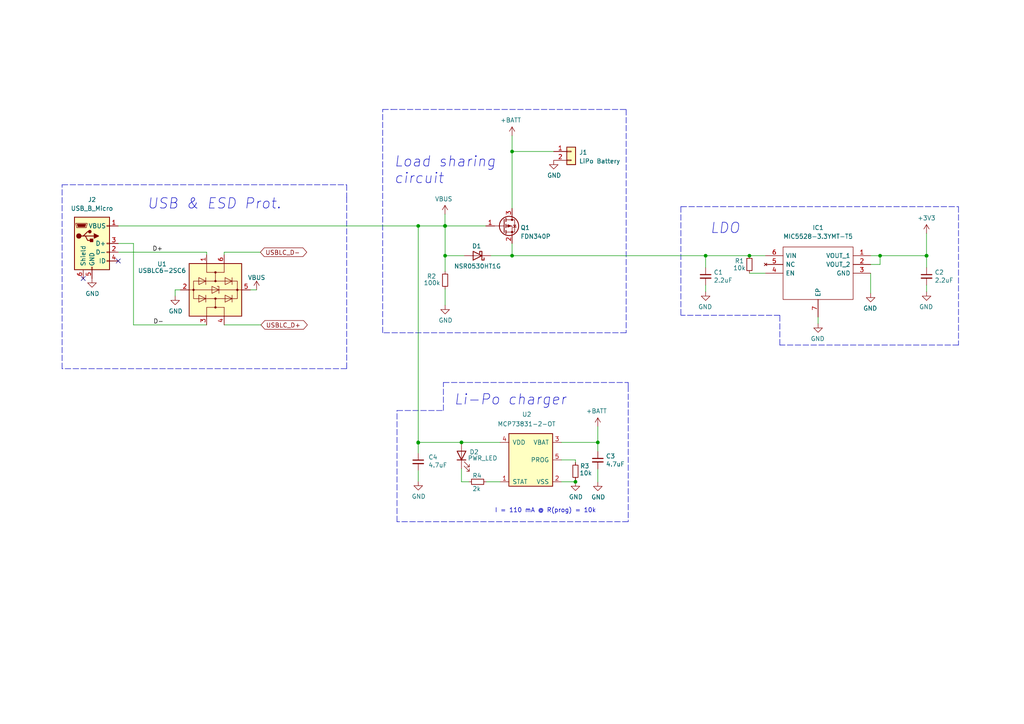
<source format=kicad_sch>
(kicad_sch (version 20211123) (generator eeschema)
  (paper "A4")
  (lib_symbols
    (symbol "Battery_Management:MCP73831-2-OT" (pin_names (offset 1.016))
      (property "Reference" "U1" (at -20.574 9.398 0))
      (property "Value" "MCP73831-2-OT" (at -8.128 -19.304 90))
      (symbol "MCP73831-2-OT_0_1"
        (rectangle (start -6.35 8.89) (end 6.35 -6.35) (stroke (width 0.254)) (fill (type background)))
      )
      (symbol "MCP73831-2-OT_1_1"
        (pin output line (at -8.89 -5.08 0) (length 2.54) (name "STAT") (number "1"))
        (pin power_in line (at 8.89 -5.08 180) (length 2.54) (name "VSS") (number "2"))
        (pin power_out line (at 8.89 6.35 180) (length 2.54) (name "VBAT") (number "3"))
        (pin power_in line (at -8.89 6.35 0) (length 2.54) (name "VDD") (number "4"))
        (pin input line (at 8.89 1.27 180) (length 2.54) (name "PROG") (number "5"))
      )
    )
    (symbol "Connector:USB_B_Micro" (pin_names (offset 1.016))
      (property "Reference" "J" (at -5.08 11.43 0))
      (property "Value" "USB_B_Micro" (at -5.08 8.89 0))
      (symbol "USB_B_Micro_0_1"
        (rectangle (start -5.08 -7.62) (end 5.08 7.62) (stroke (width 0.254)) (fill (type background)))
        (circle (center -3.81 2.159) (radius 0.635) (stroke (width 0.254)) (fill (type outline)))
        (circle (center -0.635 3.429) (radius 0.381) (stroke (width 0.254)) (fill (type outline)))
        (rectangle (start -0.127 -7.62) (end 0.127 -6.858))
        (polyline (pts (xy -1.905 2.159) (xy 0.635 2.159)) (stroke (width 0.254)))
        (polyline (pts (xy -3.175 2.159) (xy -2.54 2.159) (xy -1.27 3.429) (xy -0.635 3.429)) (stroke (width 0.254)))
        (polyline (pts (xy -2.54 2.159) (xy -1.905 2.159) (xy -1.27 0.889) (xy 0 0.889)) (stroke (width 0.254)))
        (polyline (pts (xy 0.635 2.794) (xy 0.635 1.524) (xy 1.905 2.159) (xy 0.635 2.794)) (stroke (width 0.254)) (fill (type outline)))
        (polyline (pts (xy -4.318 5.588) (xy -1.778 5.588) (xy -2.032 4.826) (xy -4.064 4.826) (xy -4.318 5.588)) (fill (type outline)))
        (polyline (pts (xy -4.699 5.842) (xy -4.699 5.588) (xy -4.445 4.826) (xy -4.445 4.572) (xy -1.651 4.572) (xy -1.651 4.826) (xy -1.397 5.588) (xy -1.397 5.842) (xy -4.699 5.842)))
        (rectangle (start 0.254 1.27) (end -0.508 0.508) (stroke (width 0.254)) (fill (type outline)))
        (rectangle (start 5.08 -5.207) (end 4.318 -4.953))
        (rectangle (start 5.08 -2.667) (end 4.318 -2.413))
        (rectangle (start 5.08 -0.127) (end 4.318 0.127))
        (rectangle (start 5.08 4.953) (end 4.318 5.207))
      )
      (symbol "USB_B_Micro_1_1"
        (pin power_out line (at 7.62 5.08 180) (length 2.54) (name "VBUS") (number "1"))
        (pin bidirectional line (at 7.62 -2.54 180) (length 2.54) (name "D-") (number "2"))
        (pin bidirectional line (at 7.62 0 180) (length 2.54) (name "D+") (number "3"))
        (pin passive line (at 7.62 -5.08 180) (length 2.54) (name "ID") (number "4"))
        (pin power_out line (at 0 -10.16 90) (length 2.54) (name "GND") (number "5"))
        (pin passive line (at -2.54 -10.16 90) (length 2.54) (name "Shield") (number "6"))
      )
    )
    (symbol "Connector_Generic:Conn_01x02" (pin_names (offset 1.016) hide)
      (property "Reference" "J" (at 0 2.54 0))
      (property "Value" "Conn_01x02" (at 0 -5.08 0))
      (symbol "Conn_01x02_1_1"
        (rectangle (start -1.27 -2.413) (end 0 -2.667) (stroke (width 0.1524)))
        (rectangle (start -1.27 0.127) (end 0 -0.127) (stroke (width 0.1524)))
        (rectangle (start -1.27 1.27) (end 1.27 -3.81) (stroke (width 0.254)) (fill (type background)))
        (pin passive line (at -5.08 0 0) (length 3.81) (name "Pin_1") (number "1"))
        (pin passive line (at -5.08 -2.54 0) (length 3.81) (name "Pin_2") (number "2"))
      )
    )
    (symbol "Device:C_Small" (pin_numbers hide) (pin_names (offset 0.254) hide)
      (property "Reference" "C" (at 0.254 1.778 0))
      (property "Value" "C_Small" (at 0.254 -2.032 0))
      (symbol "C_Small_0_1"
        (polyline (pts (xy -1.524 -0.508) (xy 1.524 -0.508)) (stroke (width 0.3302)))
        (polyline (pts (xy -1.524 0.508) (xy 1.524 0.508)) (stroke (width 0.3048)))
      )
      (symbol "C_Small_1_1"
        (pin passive line (at 0 2.54 270) (length 2.032) (name "~") (number "1"))
        (pin passive line (at 0 -2.54 90) (length 2.032) (name "~") (number "2"))
      )
    )
    (symbol "Device:D_Schottky" (pin_numbers hide) (pin_names (offset 1.016) hide)
      (property "Reference" "D" (at 0 2.54 0))
      (property "Value" "D_Schottky" (at 0 -2.54 0))
      (symbol "D_Schottky_0_1"
        (polyline (pts (xy 1.27 0) (xy -1.27 0)))
        (polyline (pts (xy 1.27 1.27) (xy 1.27 -1.27) (xy -1.27 0) (xy 1.27 1.27)) (stroke (width 0.254)))
        (polyline (pts (xy -1.905 0.635) (xy -1.905 1.27) (xy -1.27 1.27) (xy -1.27 -1.27) (xy -0.635 -1.27) (xy -0.635 -0.635)) (stroke (width 0.254)))
      )
      (symbol "D_Schottky_1_1"
        (pin passive line (at -3.81 0 0) (length 2.54) (name "K") (number "1"))
        (pin passive line (at 3.81 0 180) (length 2.54) (name "A") (number "2"))
      )
    )
    (symbol "Device:LED" (pin_numbers hide) (pin_names (offset 1.016) hide)
      (property "Reference" "D" (at 0 2.54 0))
      (property "Value" "LED" (at 0 -2.54 0))
      (symbol "LED_0_1"
        (polyline (pts (xy -1.27 -1.27) (xy -1.27 1.27)) (stroke (width 0.254)))
        (polyline (pts (xy -1.27 0) (xy 1.27 0)))
        (polyline (pts (xy 1.27 -1.27) (xy 1.27 1.27) (xy -1.27 0) (xy 1.27 -1.27)) (stroke (width 0.254)))
        (polyline (pts (xy -3.048 -0.762) (xy -4.572 -2.286) (xy -3.81 -2.286) (xy -4.572 -2.286) (xy -4.572 -1.524)))
        (polyline (pts (xy -1.778 -0.762) (xy -3.302 -2.286) (xy -2.54 -2.286) (xy -3.302 -2.286) (xy -3.302 -1.524)))
      )
      (symbol "LED_1_1"
        (pin passive line (at -3.81 0 0) (length 2.54) (name "K") (number "1"))
        (pin passive line (at 3.81 0 180) (length 2.54) (name "A") (number "2"))
      )
    )
    (symbol "Device:R_Small" (pin_numbers hide) (pin_names (offset 0.254) hide)
      (property "Reference" "R" (at 0.762 0.508 0))
      (property "Value" "R_Small" (at 0.762 -1.016 0))
      (symbol "R_Small_0_1"
        (rectangle (start -0.762 1.778) (end 0.762 -1.778) (stroke (width 0.2032)))
      )
      (symbol "R_Small_1_1"
        (pin passive line (at 0 2.54 270) (length 0.762) (name "~") (number "1"))
        (pin passive line (at 0 -2.54 90) (length 0.762) (name "~") (number "2"))
      )
    )
    (symbol "MIC5528-3.3YMT-T5:MIC5528-3.3YMT-T5" (pin_names (offset 0.762))
      (property "Reference" "IC" (at 26.67 7.62 0))
      (property "Value" "MIC5528-3.3YMT-T5" (at 26.67 5.08 0))
      (symbol "MIC5528-3.3YMT-T5_0_0"
        (pin passive line (at 0 0 0) (length 5.08) (name "VOUT_1") (number "1"))
        (pin passive line (at 0 -2.54 0) (length 5.08) (name "VOUT_2") (number "2"))
        (pin passive line (at 0 -5.08 0) (length 5.08) (name "GND") (number "3"))
        (pin passive line (at 30.48 -5.08 180) (length 5.08) (name "EN") (number "4"))
        (pin no_connect line (at 30.48 -2.54 180) (length 5.08) (name "NC") (number "5"))
        (pin passive line (at 30.48 0 180) (length 5.08) (name "VIN") (number "6"))
        (pin passive line (at 15.24 -17.78 90) (length 5.08) (name "EP") (number "7"))
      )
      (symbol "MIC5528-3.3YMT-T5_0_1"
        (polyline (pts (xy 5.08 2.54) (xy 25.4 2.54) (xy 25.4 -12.7) (xy 5.08 -12.7) (xy 5.08 2.54)) (stroke (width 0.1524)))
      )
    )
    (symbol "Power_Protection:USBLC6-2SC6" (pin_names hide)
      (property "Reference" "U" (at 2.54 8.89 0))
      (property "Value" "USBLC6-2SC6" (at 2.54 -8.89 0))
      (symbol "USBLC6-2SC6_0_1"
        (rectangle (start -7.62 -7.62) (end 7.62 7.62) (stroke (width 0.254)) (fill (type background)))
        (circle (center -5.08 0) (radius 0.254) (fill (type outline)))
        (circle (center -2.54 0) (radius 0.254) (fill (type outline)))
        (rectangle (start -2.54 6.35) (end 2.54 -6.35))
        (circle (center 0 -6.35) (radius 0.254) (fill (type outline)))
        (polyline (pts (xy -5.08 -2.54) (xy -7.62 -2.54)))
        (polyline (pts (xy -5.08 0) (xy -5.08 -2.54)))
        (polyline (pts (xy -5.08 2.54) (xy -7.62 2.54)))
        (polyline (pts (xy -1.524 -2.794) (xy -3.556 -2.794)))
        (polyline (pts (xy -1.524 4.826) (xy -3.556 4.826)))
        (polyline (pts (xy 0 -7.62) (xy 0 -6.35)))
        (polyline (pts (xy 0 -6.35) (xy 0 1.27)))
        (polyline (pts (xy 0 1.27) (xy 0 6.35)))
        (polyline (pts (xy 0 6.35) (xy 0 7.62)))
        (polyline (pts (xy 1.524 -2.794) (xy 3.556 -2.794)))
        (polyline (pts (xy 1.524 4.826) (xy 3.556 4.826)))
        (polyline (pts (xy 5.08 -2.54) (xy 7.62 -2.54)))
        (polyline (pts (xy 5.08 0) (xy 5.08 -2.54)))
        (polyline (pts (xy 5.08 2.54) (xy 7.62 2.54)))
        (polyline (pts (xy -2.54 0) (xy -5.08 0) (xy -5.08 2.54)))
        (polyline (pts (xy 2.54 0) (xy 5.08 0) (xy 5.08 2.54)))
        (polyline (pts (xy -3.556 -4.826) (xy -1.524 -4.826) (xy -2.54 -2.794) (xy -3.556 -4.826)))
        (polyline (pts (xy -3.556 2.794) (xy -1.524 2.794) (xy -2.54 4.826) (xy -3.556 2.794)))
        (polyline (pts (xy -1.016 -1.016) (xy 1.016 -1.016) (xy 0 1.016) (xy -1.016 -1.016)))
        (polyline (pts (xy 1.016 1.016) (xy 0.762 1.016) (xy -1.016 1.016) (xy -1.016 0.508)))
        (polyline (pts (xy 3.556 -4.826) (xy 1.524 -4.826) (xy 2.54 -2.794) (xy 3.556 -4.826)))
        (polyline (pts (xy 3.556 2.794) (xy 1.524 2.794) (xy 2.54 4.826) (xy 3.556 2.794)))
        (circle (center 0 6.35) (radius 0.254) (fill (type outline)))
        (circle (center 2.54 0) (radius 0.254) (fill (type outline)))
        (circle (center 5.08 0) (radius 0.254) (fill (type outline)))
      )
      (symbol "USBLC6-2SC6_1_1"
        (pin passive line (at -10.16 -2.54 0) (length 2.54) (name "I/O1") (number "1"))
        (pin passive line (at 0 -10.16 90) (length 2.54) (name "GND") (number "2"))
        (pin passive line (at 10.16 -2.54 180) (length 2.54) (name "I/O2") (number "3"))
        (pin passive line (at 10.16 2.54 180) (length 2.54) (name "I/O2") (number "4"))
        (pin passive line (at 0 10.16 270) (length 2.54) (name "VBUS") (number "5"))
        (pin passive line (at -10.16 2.54 0) (length 2.54) (name "I/O1") (number "6"))
      )
    )
    (symbol "Transistor_FET:FDN340P" (pin_names hide)
      (property "Reference" "Q" (at 5.08 1.905 0))
      (property "Value" "FDN340P" (at 5.08 0 0))
      (symbol "FDN340P_0_1"
        (polyline (pts (xy 0.254 0) (xy -2.54 0)))
        (polyline (pts (xy 0.254 1.905) (xy 0.254 -1.905)) (stroke (width 0.254)))
        (polyline (pts (xy 0.762 -1.27) (xy 0.762 -2.286)) (stroke (width 0.254)))
        (polyline (pts (xy 0.762 0.508) (xy 0.762 -0.508)) (stroke (width 0.254)))
        (polyline (pts (xy 0.762 2.286) (xy 0.762 1.27)) (stroke (width 0.254)))
        (polyline (pts (xy 2.54 2.54) (xy 2.54 1.778)))
        (polyline (pts (xy 2.54 -2.54) (xy 2.54 0) (xy 0.762 0)))
        (polyline (pts (xy 0.762 1.778) (xy 3.302 1.778) (xy 3.302 -1.778) (xy 0.762 -1.778)))
        (polyline (pts (xy 2.286 0) (xy 1.27 0.381) (xy 1.27 -0.381) (xy 2.286 0)) (fill (type outline)))
        (polyline (pts (xy 2.794 -0.508) (xy 2.921 -0.381) (xy 3.683 -0.381) (xy 3.81 -0.254)))
        (polyline (pts (xy 3.302 -0.381) (xy 2.921 0.254) (xy 3.683 0.254) (xy 3.302 -0.381)))
        (circle (center 1.651 0) (radius 2.794) (stroke (width 0.254)))
        (circle (center 2.54 -1.778) (radius 0.254) (fill (type outline)))
        (circle (center 2.54 1.778) (radius 0.254) (fill (type outline)))
      )
      (symbol "FDN340P_1_1"
        (pin input line (at -5.08 0 0) (length 2.54) (name "G") (number "1"))
        (pin passive line (at 2.54 -5.08 90) (length 2.54) (name "S") (number "2"))
        (pin passive line (at 2.54 5.08 270) (length 2.54) (name "D") (number "3"))
      )
    )
    (symbol "power:+3V3" (power) (pin_names (offset 0))
      (property "Value" "+3V3" (at 0 3.556 0))
      (symbol "+3V3_0_1"
        (polyline (pts (xy -0.762 1.27) (xy 0 2.54)))
        (polyline (pts (xy 0 0) (xy 0 2.54)))
        (polyline (pts (xy 0 2.54) (xy 0.762 1.27)))
      )
      (symbol "+3V3_1_1"
        (pin power_in line (at 0 0 90) (length 0) hide (name "+3V3") (number "1"))
      )
    )
    (symbol "power:+BATT" (power) (pin_names (offset 0))
      (property "Value" "+BATT" (at 0 3.556 0))
      (symbol "+BATT_0_1"
        (polyline (pts (xy -0.762 1.27) (xy 0 2.54)))
        (polyline (pts (xy 0 0) (xy 0 2.54)))
        (polyline (pts (xy 0 2.54) (xy 0.762 1.27)))
      )
      (symbol "+BATT_1_1"
        (pin power_in line (at 0 0 90) (length 0) hide (name "+BATT") (number "1"))
      )
    )
    (symbol "power:GND" (power) (pin_names (offset 0))
      (property "Value" "GND" (at 0 -3.81 0))
      (symbol "GND_0_1"
        (polyline (pts (xy 0 0) (xy 0 -1.27) (xy 1.27 -1.27) (xy 0 -2.54) (xy -1.27 -1.27) (xy 0 -1.27)))
      )
      (symbol "GND_1_1"
        (pin power_in line (at 0 0 270) (length 0) hide (name "GND") (number "1"))
      )
    )
    (symbol "power:VBUS" (power) (pin_names (offset 0))
      (property "Value" "VBUS" (at 0 3.81 0))
      (symbol "VBUS_0_1"
        (polyline (pts (xy -0.762 1.27) (xy 0 2.54)))
        (polyline (pts (xy 0 0) (xy 0 2.54)))
        (polyline (pts (xy 0 2.54) (xy 0.762 1.27)))
      )
      (symbol "VBUS_1_1"
        (pin power_in line (at 0 0 90) (length 0) hide (name "VBUS") (number "1"))
      )
    )
  )
  (junction (at 166.9021 139.7442))
  (junction (at 129.1011 74.168))
  (junction (at 204.6564 74.168))
  (junction (at 121.3038 128.3142))
  (junction (at 148.5222 43.9443))
  (junction (at 148.5222 74.168))
  (junction (at 121.3038 128.4116))
  (junction (at 121.3038 65.532))
  (junction (at 129.1011 65.532))
  (junction (at 255.2598 74.168))
  (junction (at 268.7258 74.168))
  (junction (at 217.3637 74.168))
  (junction (at 268.7409 74.168))
  (junction (at 133.8475 128.3142))
  (junction (at 129.0663 65.532))
  (junction (at 173.3875 128.3142))
  (no_connect (at 24.1421 80.772))
  (no_connect (at 34.3021 75.692))
  (wire (pts (xy 173.3875 123.7261) (xy 173.3875 128.3142)))
  (wire (pts (xy 75.5134 73.152) (xy 65.024 73.152)))
  (wire (pts (xy 129.1011 65.532) (xy 129.1011 74.168)))
  (polyline (pts (xy 115.1488 119.066) (xy 128.6108 119.066)))
  (polyline (pts (xy 182.2048 151.324) (xy 115.1488 151.324)))
  (wire (pts (xy 133.8475 139.7442) (xy 135.9925 139.7442)))
  (wire (pts (xy 268.7258 74.168) (xy 268.7409 74.168)))
  (polyline (pts (xy 18.0111 53.594) (xy 100.5611 53.594)))
  (polyline (pts (xy 100.5611 53.594) (xy 100.5611 57.404)))
  (wire (pts (xy 129.1011 74.168) (xy 129.1011 78.74)))
  (wire (pts (xy 121.3038 128.3142) (xy 133.8475 128.3142)))
  (polyline (pts (xy 181.61 96.52) (xy 110.998 96.52)))
  (wire (pts (xy 129.1011 65.532) (xy 140.9022 65.532)))
  (wire (pts (xy 148.5222 74.168) (xy 142.3091 74.168)))
  (wire (pts (xy 204.6564 82.7017) (xy 204.6564 84.6067)))
  (wire (pts (xy 134.6891 74.168) (xy 129.1011 74.168)))
  (polyline (pts (xy 100.5611 57.15) (xy 100.5611 106.934)))
  (wire (pts (xy 129.0663 65.532) (xy 129.1011 65.532)))
  (polyline (pts (xy 181.61 31.75) (xy 181.61 96.52)))
  (wire (pts (xy 148.5222 70.612) (xy 148.5222 74.168)))
  (polyline (pts (xy 197.4858 59.944) (xy 278.0038 59.944)))
  (wire (pts (xy 148.5222 39.3562) (xy 148.5222 43.9443)))
  (wire (pts (xy 268.7409 82.7017) (xy 268.7409 84.6067)))
  (polyline (pts (xy 278.0038 59.944) (xy 278.0038 100.076)))
  (wire (pts (xy 252.5196 79.248) (xy 252.5196 85.0381)))
  (wire (pts (xy 34.3021 65.532) (xy 121.3038 65.532)))
  (polyline (pts (xy 100.5611 106.934) (xy 18.0111 106.934)))
  (wire (pts (xy 148.5222 43.9443) (xy 148.5222 60.452)))
  (wire (pts (xy 160.5971 43.9443) (xy 148.5222 43.9443)))
  (wire (pts (xy 162.8381 139.7442) (xy 166.9021 139.7442)))
  (wire (pts (xy 166.9021 139.7442) (xy 166.9021 139.2362)))
  (wire (pts (xy 65.024 73.152) (xy 65.024 73.914)))
  (wire (pts (xy 38.7224 70.612) (xy 38.7224 94.234)))
  (wire (pts (xy 129.1011 83.82) (xy 129.1011 88.5206)))
  (wire (pts (xy 255.2598 76.708) (xy 255.2598 74.168)))
  (wire (pts (xy 268.7258 67.691) (xy 268.7258 74.168)))
  (wire (pts (xy 237.2796 91.948) (xy 237.2796 93.853)))
  (polyline (pts (xy 182.2048 110.938) (xy 182.2048 111.954)))
  (polyline (pts (xy 113.538 31.75) (xy 181.61 31.75)))
  (polyline (pts (xy 18.0111 106.934) (xy 18.0111 53.594)))
  (polyline (pts (xy 226.1878 91.44) (xy 197.4858 91.44)))
  (wire (pts (xy 121.3038 131.4166) (xy 121.3038 128.4116)))
  (wire (pts (xy 34.3021 73.152) (xy 59.944 73.152)))
  (wire (pts (xy 59.944 73.152) (xy 59.944 73.914)))
  (wire (pts (xy 121.3038 65.532) (xy 129.0663 65.532)))
  (wire (pts (xy 38.7224 94.234) (xy 59.944 94.234)))
  (wire (pts (xy 217.3637 79.248) (xy 222.0396 79.248)))
  (wire (pts (xy 50.8 85.852) (xy 50.8 84.074)))
  (wire (pts (xy 204.6564 74.168) (xy 217.3637 74.168)))
  (wire (pts (xy 148.5222 74.168) (xy 204.6564 74.168)))
  (wire (pts (xy 162.8381 133.3942) (xy 166.9021 133.3942)))
  (wire (pts (xy 173.3875 128.3142) (xy 173.3875 130.935)))
  (polyline (pts (xy 110.998 96.52) (xy 110.998 31.75)))
  (wire (pts (xy 204.6564 77.6217) (xy 204.6564 74.168)))
  (wire (pts (xy 133.8475 135.9342) (xy 133.8475 139.7442)))
  (wire (pts (xy 50.8 84.074) (xy 52.324 84.074)))
  (polyline (pts (xy 110.998 31.75) (xy 113.538 31.75)))
  (polyline (pts (xy 128.6108 110.938) (xy 182.2048 110.938)))
  (wire (pts (xy 255.2598 74.168) (xy 268.7258 74.168)))
  (wire (pts (xy 121.3038 128.4116) (xy 121.3038 128.3142)))
  (polyline (pts (xy 278.0038 100.076) (xy 226.1878 100.076)))
  (wire (pts (xy 162.8381 128.3142) (xy 173.3875 128.3142)))
  (wire (pts (xy 121.3038 136.4966) (xy 121.3038 139.6014)))
  (wire (pts (xy 173.3875 136.015) (xy 173.3875 139.7899)))
  (wire (pts (xy 74.422 84.074) (xy 72.644 84.074)))
  (polyline (pts (xy 182.2048 111.954) (xy 182.2048 151.324)))
  (polyline (pts (xy 197.4858 59.944) (xy 197.4858 91.44)))
  (wire (pts (xy 65.024 94.234) (xy 75.692 94.234)))
  (wire (pts (xy 141.0725 139.7442) (xy 145.0581 139.7442)))
  (polyline (pts (xy 226.1878 100.076) (xy 226.1878 91.44)))
  (wire (pts (xy 121.3038 65.532) (xy 121.3038 128.3142)))
  (wire (pts (xy 133.8475 128.3142) (xy 145.0581 128.3142)))
  (wire (pts (xy 268.7409 77.6217) (xy 268.7409 74.168)))
  (wire (pts (xy 166.9021 133.3942) (xy 166.9021 134.1562)))
  (wire (pts (xy 34.3021 70.612) (xy 38.7224 70.612)))
  (wire (pts (xy 129.0663 62.1146) (xy 129.0663 65.532)))
  (wire (pts (xy 217.3637 74.168) (xy 222.0396 74.168)))
  (wire (pts (xy 252.5196 76.708) (xy 255.2598 76.708)))
  (polyline (pts (xy 115.1488 151.324) (xy 115.1488 119.066)))
  (polyline (pts (xy 128.6108 119.066) (xy 128.6108 110.938)))
  (wire (pts (xy 252.5196 74.168) (xy 255.2598 74.168)))
  (text "Li-Po charger" (at 131.6588 117.796 0) (effects (font (size 3 3) italic) (justify left bottom)))
  (text "I = 110 mA @ R(prog) = 10k" (at 143.4995 148.8882 0) (effects (font (size 1.27 1.27)) (justify left bottom)))
  (text "USB & ESD Prot." (at 42.6491 60.96 0) (effects (font (size 3 3) italic) (justify left bottom)))
  (text "LDO" (at 205.9268 68.072 0) (effects (font (size 3 3) italic) (justify left bottom)))
  (text "Load sharing \ncircuit" (at 114.3 53.594 0) (effects (font (size 3 3) italic) (justify left bottom)))
  (label "D-" (at 44.45 94.234 0))
  (label "D+" (at 44.196 73.152 0))
  (global_label "USBLC_D+" (shape bidirectional) (at 75.692 94.234 0) (property "Intersheet References" "${INTERSHEET_REFS}" (effects hide)))
  (global_label "USBLC_D-" (shape bidirectional) (at 75.5134 73.152 0) (property "Intersheet References" "${INTERSHEET_REFS}" (effects hide)))
  (symbol (lib_id "Device:R_Small") (at 166.9021 136.6962 180) (unit 1)
    (property "Reference" "R3" (at 170.9661 135.1722 0) (effects (justify left)))
    (property "Value" "10k" (at 171.7281 137.2042 0) (effects (justify left)))
    (property "Footprint" "Resistor_SMD:R_0402_1005Metric" (effects hide))
  )
  (symbol (lib_id "Battery_Management:MCP73831-2-OT") (at 153.9481 134.6642 0) (unit 1)
    (property "Reference" "U2" (at 151.4081 120.1862 0) (effects (justify left)))
    (property "Value" "MCP73831-2-OT" (at 144.2961 122.9802 0) (effects (justify left)))
    (property "Footprint" "Package_TO_SOT_SMD:SOT-23-5" (effects hide))
    (property "Datasheet" "http://ww1.microchip.com/downloads/en/DeviceDoc/20001984g.pdf" (effects hide))
  )
  (symbol (lib_id "power:+3V3") (at 268.7258 67.691 0) (unit 1)
    (property "Reference" "#PWR04" (effects hide))
    (property "Value" "+3V3" (at 268.7258 63.246 0))
  )
  (symbol (lib_id "power:GND") (at 252.5196 85.0381 0) (mirror y) (unit 1)
    (property "Reference" "#PWR08" (effects hide))
    (property "Value" "GND" (at 252.3926 89.4323 0))
  )
  (symbol (lib_id "Device:LED") (at 133.8475 132.1242 90) (unit 1)
    (property "Reference" "D2" (at 136.1681 131.1082 90) (effects (justify right)))
    (property "Value" "PWR_LED" (at 135.6601 132.8862 90) (effects (justify right)))
    (property "Footprint" "LED_SMD:LED_0603_1608Metric" (effects hide))
  )
  (symbol (lib_id "Connector:USB_B_Micro") (at 26.6821 70.612 0) (unit 1)
    (property "Reference" "J2" (at 26.6821 57.912 0))
    (property "Value" "USB_B_Micro" (at 26.6821 60.452 0))
    (property "Footprint" "Connector_USB:USB_Micro-B_Molex_47346-0001" (effects hide))
  )
  (symbol (lib_id "power:GND") (at 204.6564 84.6067 0) (mirror y) (unit 1)
    (property "Reference" "#PWR06" (effects hide))
    (property "Value" "GND" (at 204.5294 89.0009 0))
  )
  (symbol (lib_id "Device:C_Small") (at 204.6564 80.1617 0) (unit 1)
    (property "Reference" "C1" (at 206.9932 78.9933 0) (effects (justify left)))
    (property "Value" "2.2uF" (at 206.9932 81.3047 0) (effects (justify left)))
    (property "Footprint" "Capacitor_SMD:C_0402_1005Metric" (effects hide))
  )
  (symbol (lib_id "power:GND") (at 173.3875 139.7899 0) (unit 1)
    (property "Reference" "#PWR015" (effects hide))
    (property "Value" "GND" (at 173.5145 144.1841 0))
  )
  (symbol (lib_id "Device:R_Small") (at 129.1011 81.28 0) (unit 1)
    (property "Reference" "R2" (at 125.1641 80.137 0))
    (property "Value" "100k" (at 125.2911 82.042 0))
    (property "Footprint" "Resistor_SMD:R_0402_1005Metric" (effects hide))
  )
  (symbol (lib_id "power:+BATT") (at 148.5222 39.3562 0) (unit 1)
    (property "Reference" "#PWR01" (effects hide))
    (property "Value" "+BATT" (at 148.1511 34.8536 0))
  )
  (symbol (lib_id "power:GND") (at 26.6821 80.772 0) (unit 1)
    (property "Reference" "#PWR05" (effects hide))
    (property "Value" "GND" (at 26.8091 85.1662 0))
  )
  (symbol (lib_id "Device:C_Small") (at 173.3875 133.475 0) (unit 1)
    (property "Reference" "C3" (at 175.7243 132.3066 0) (effects (justify left)))
    (property "Value" "4.7uF" (at 175.7243 134.618 0) (effects (justify left)))
    (property "Footprint" "Capacitor_SMD:C_0402_1005Metric" (effects hide))
  )
  (symbol (lib_id "power:GND") (at 50.8 85.852 0) (unit 1)
    (property "Reference" "#PWR016" (effects hide))
    (property "Value" "GND" (at 50.927 90.2462 0))
  )
  (symbol (lib_id "power:GND") (at 121.3038 139.6014 0) (unit 1)
    (property "Reference" "#PWR013" (effects hide))
    (property "Value" "GND" (at 121.4308 143.9956 0))
  )
  (symbol (lib_id "Device:R_Small") (at 217.3637 76.708 0) (unit 1)
    (property "Reference" "R1" (at 214.4606 75.692 0))
    (property "Value" "10k" (at 214.4606 77.724 0))
    (property "Footprint" "Resistor_SMD:R_0402_1005Metric" (effects hide))
  )
  (symbol (lib_id "power:GND") (at 129.1011 88.5206 0) (unit 1)
    (property "Reference" "#PWR09" (effects hide))
    (property "Value" "GND" (at 129.2281 92.9148 0))
  )
  (symbol (lib_id "power:GND") (at 166.9021 139.7442 0) (unit 1)
    (property "Reference" "#PWR014" (effects hide))
    (property "Value" "GND" (at 167.0291 144.1384 0))
  )
  (symbol (lib_id "Device:C_Small") (at 121.3038 133.9566 0) (unit 1)
    (property "Reference" "C4" (at 124.2301 132.6068 0) (effects (justify left)))
    (property "Value" "4.7uF" (at 124.2301 134.9182 0) (effects (justify left)))
    (property "Footprint" "Capacitor_SMD:C_0402_1005Metric" (effects hide))
  )
  (symbol (lib_id "power:VBUS") (at 129.0663 62.1146 0) (mirror y) (unit 1)
    (property "Reference" "#PWR03" (effects hide))
    (property "Value" "VBUS" (at 128.6853 57.7204 0))
  )
  (symbol (lib_id "power:+BATT") (at 173.3875 123.7261 0) (unit 1)
    (property "Reference" "#PWR012" (effects hide))
    (property "Value" "+BATT" (at 173.0164 119.2235 0))
  )
  (symbol (lib_id "Device:D_Schottky") (at 138.4991 74.168 180) (unit 1)
    (property "Reference" "D1" (at 138.2451 71.374 0))
    (property "Value" "NSR0530HT1G" (at 138.4991 77.216 0))
    (property "Footprint" "Diode_SMD:D_SOD-323" (effects hide))
  )
  (symbol (lib_id "Connector_Generic:Conn_01x02") (at 165.6771 43.9443 0) (unit 1)
    (property "Reference" "J1" (at 167.9631 44.1983 0) (effects (justify left)))
    (property "Value" "LiPo Battery" (at 167.9631 46.7383 0) (effects (justify left)))
    (property "Footprint" "Connector_JST:JST_PH_S2B-PH-K_1x02_P2.00mm_Horizontal" (effects hide))
  )
  (symbol (lib_id "Power_Protection:USBLC6-2SC6") (at 62.484 84.074 270) (unit 1)
    (property "Reference" "U1" (at 46.99 76.581 90))
    (property "Value" "USBLC6-2SC6" (at 46.99 78.486 90))
    (property "Footprint" "Package_TO_SOT_SMD:SOT-23-6" (effects hide))
    (property "Datasheet" "http://www2.st.com/resource/en/datasheet/CD00050750.pdf" (effects hide))
  )
  (symbol (lib_id "Transistor_FET:FDN340P") (at 145.9822 65.532 0) (unit 1)
    (property "Reference" "Q1" (at 150.9451 66.04 0) (effects (justify left)))
    (property "Value" "FDN340P" (at 150.9451 68.58 0) (effects (justify left)))
    (property "Footprint" "Package_TO_SOT_SMD:SOT-23" (effects hide))
    (property "Datasheet" "https://www.onsemi.com/pub/Collateral/FDN340P-D.PDF" (effects hide))
  )
  (symbol (lib_id "power:GND") (at 160.5971 46.4843 0) (unit 1)
    (property "Reference" "#PWR02" (effects hide))
    (property "Value" "GND" (at 160.7241 50.8785 0))
  )
  (symbol (lib_id "Device:C_Small") (at 268.7409 80.1617 0) (unit 1)
    (property "Reference" "C2" (at 271.0777 78.9933 0) (effects (justify left)))
    (property "Value" "2.2uF" (at 271.0777 81.3047 0) (effects (justify left)))
    (property "Footprint" "Capacitor_SMD:C_0402_1005Metric" (effects hide))
  )
  (symbol (lib_id "power:GND") (at 237.2796 93.853 0) (mirror y) (unit 1)
    (property "Reference" "#PWR010" (effects hide))
    (property "Value" "GND" (at 237.1526 98.2472 0))
  )
  (symbol (lib_id "power:VBUS") (at 74.422 84.074 0) (unit 1)
    (property "Reference" "#PWR011" (effects hide))
    (property "Value" "VBUS" (at 74.422 80.518 0))
  )
  (symbol (lib_id "Device:R_Small") (at 138.5325 139.7442 90) (unit 1)
    (property "Reference" "R4" (at 139.7241 137.9662 90) (effects (justify left)))
    (property "Value" "2k" (at 139.4701 141.7762 90) (effects (justify left)))
    (property "Footprint" "Resistor_SMD:R_0402_1005Metric" (effects hide))
  )
  (symbol (lib_id "power:GND") (at 268.7409 84.6067 0) (mirror y) (unit 1)
    (property "Reference" "#PWR07" (effects hide))
    (property "Value" "GND" (at 268.6139 89.0009 0))
  )
  (symbol (lib_id "MIC5528-3.3YMT-T5:MIC5528-3.3YMT-T5") (at 252.5196 74.168 0) (mirror y) (unit 1)
    (property "Reference" "IC1" (at 237.2796 66.04 0))
    (property "Value" "MIC5528-3.3YMT-T5" (at 237.2796 68.58 0))
    (property "Footprint" "Package_DFN_QFN:TDFN-6-1EP_2.5x2.5mm_P0.65mm_EP1.3x2mm" (effects hide))
    (property "Datasheet" "https://nl.mouser.com/datasheet/2/268/MIC5528_High_Performance_500mA_LDO_in_Thin_and_Ext-1891284.pdf" (effects hide))
    (property "Description" "LDO Voltage Regulators Single, 500mA LDO w/ Auto Discharge & Internal Enable Pulldown" (effects hide))
    (property "Height" "0.6" (effects hide))
    (property "Manufacturer_Name" "Microchip" (effects hide))
    (property "Manufacturer_Part_Number" "MIC5528-3.3YMT-T5" (effects hide))
    (property "Mouser Part Number" "998-MIC5528-3.3YMTT5" (effects hide))
    (property "Mouser Price/Stock" "https://www.mouser.co.uk/ProductDetail/Microchip-Technology-Atmel/MIC5528-3.3YMT-T5?qs=U6T8BxXiZAUrsVLummtswg%3D%3D" (effects hide))
    (property "Arrow Part Number" "MIC5528-3.3YMT-T5" (effects hide))
    (property "Arrow Price/Stock" "https://www.arrow.com/en/products/mic5528-3.3ymt-t5/microchip-technology?region=nac" (effects hide))
  )
)
</source>
